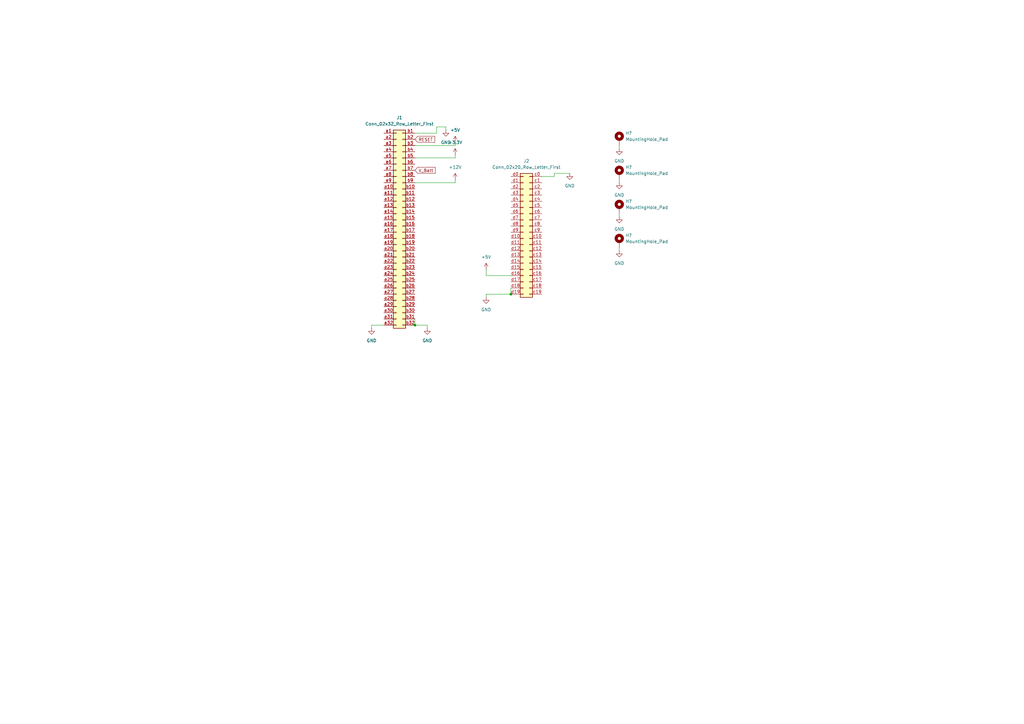
<source format=kicad_sch>
(kicad_sch (version 20250114) (generator "eeschema") (generator_version "9.0")
  (paper "A3")
  (title_block (title "PCI-104 Template") (date "2024-11-25") (rev "B") (company "GU Orbit"))
  (lib_symbols
    (symbol "Connector_Generic:Conn_02x20_Row_Letter_First" (pin_names (offset 1.016) (hide yes))
      (property "Reference" "J2" (at 1.27 29.21 0))
      (property "Value" "Conn_02x20_Row_Letter_First" (at 1.27 26.67 0))
      (symbol "Conn_02x20_Row_Letter_First_1_0"
        (pin passive line (at -5.08 5.08 0) (length 3.81) (name "Pin_d7") (number "d7"))
      )
      (symbol "Conn_02x20_Row_Letter_First_1_1"
        (rectangle (start -1.27 24.13) (end 3.81 -26.67) (stroke (width 0.254)) (fill (type background)))
        (rectangle (start -1.27 22.987) (end 0 22.733) (stroke (width 0.1524)))
        (rectangle (start -1.27 20.447) (end 0 20.193) (stroke (width 0.1524)))
        (rectangle (start -1.27 17.907) (end 0 17.653) (stroke (width 0.1524)))
        (rectangle (start -1.27 15.367) (end 0 15.113) (stroke (width 0.1524)))
        (rectangle (start -1.27 12.827) (end 0 12.573) (stroke (width 0.1524)))
        (rectangle (start -1.27 10.287) (end 0 10.033) (stroke (width 0.1524)))
        (rectangle (start -1.27 7.747) (end 0 7.493) (stroke (width 0.1524)))
        (rectangle (start -1.27 5.207) (end 0 4.953) (stroke (width 0.1524)))
        (rectangle (start -1.27 2.667) (end 0 2.413) (stroke (width 0.1524)))
        (rectangle (start -1.27 0.127) (end 0 -0.127) (stroke (width 0.1524)))
        (rectangle (start -1.27 -2.413) (end 0 -2.667) (stroke (width 0.1524)))
        (rectangle (start -1.27 -4.953) (end 0 -5.207) (stroke (width 0.1524)))
        (rectangle (start -1.27 -7.493) (end 0 -7.747) (stroke (width 0.1524)))
        (rectangle (start -1.27 -10.033) (end 0 -10.287) (stroke (width 0.1524)))
        (rectangle (start -1.27 -12.573) (end 0 -12.827) (stroke (width 0.1524)))
        (rectangle (start -1.27 -15.113) (end 0 -15.367) (stroke (width 0.1524)))
        (rectangle (start -1.27 -17.653) (end 0 -17.907) (stroke (width 0.1524)))
        (rectangle (start -1.27 -20.193) (end 0 -20.447) (stroke (width 0.1524)))
        (rectangle (start -1.27 -22.733) (end 0 -22.987) (stroke (width 0.1524)))
        (rectangle (start -1.27 -25.273) (end 0 -25.527) (stroke (width 0.1524)))
        (rectangle (start 3.81 22.987) (end 2.54 22.733) (stroke (width 0.1524)))
        (rectangle (start 3.81 20.447) (end 2.54 20.193) (stroke (width 0.1524)))
        (rectangle (start 3.81 17.907) (end 2.54 17.653) (stroke (width 0.1524)))
        (rectangle (start 3.81 15.367) (end 2.54 15.113) (stroke (width 0.1524)))
        (rectangle (start 3.81 12.827) (end 2.54 12.573) (stroke (width 0.1524)))
        (rectangle (start 3.81 10.287) (end 2.54 10.033) (stroke (width 0.1524)))
        (rectangle (start 3.81 7.747) (end 2.54 7.493) (stroke (width 0.1524)))
        (rectangle (start 3.81 5.207) (end 2.54 4.953) (stroke (width 0.1524)))
        (rectangle (start 3.81 2.667) (end 2.54 2.413) (stroke (width 0.1524)))
        (rectangle (start 3.81 0.127) (end 2.54 -0.127) (stroke (width 0.1524)))
        (rectangle (start 3.81 -2.413) (end 2.54 -2.667) (stroke (width 0.1524)))
        (rectangle (start 3.81 -4.953) (end 2.54 -5.207) (stroke (width 0.1524)))
        (rectangle (start 3.81 -7.493) (end 2.54 -7.747) (stroke (width 0.1524)))
        (rectangle (start 3.81 -10.033) (end 2.54 -10.287) (stroke (width 0.1524)))
        (rectangle (start 3.81 -12.573) (end 2.54 -12.827) (stroke (width 0.1524)))
        (rectangle (start 3.81 -15.113) (end 2.54 -15.367) (stroke (width 0.1524)))
        (rectangle (start 3.81 -17.653) (end 2.54 -17.907) (stroke (width 0.1524)))
        (rectangle (start 3.81 -20.193) (end 2.54 -20.447) (stroke (width 0.1524)))
        (rectangle (start 3.81 -22.733) (end 2.54 -22.987) (stroke (width 0.1524)))
        (rectangle (start 3.81 -25.273) (end 2.54 -25.527) (stroke (width 0.1524)))
        (pin passive line (at -5.08 22.86 0) (length 3.81) (name "Pin_d0") (number "d0"))
        (pin passive line (at -5.08 20.32 0) (length 3.81) (name "Pin_d1") (number "d1"))
        (pin passive line (at -5.08 17.78 0) (length 3.81) (name "Pin_d2") (number "d2"))
        (pin passive line (at -5.08 15.24 0) (length 3.81) (name "Pin_d3") (number "d3"))
        (pin passive line (at -5.08 12.7 0) (length 3.81) (name "Pin_d4") (number "d4"))
        (pin passive line (at -5.08 10.16 0) (length 3.81) (name "Pin_d5") (number "d5"))
        (pin passive line (at -5.08 7.62 0) (length 3.81) (name "Pin_d6") (number "d6"))
        (pin passive line (at -5.08 2.54 0) (length 3.81) (name "Pin_d8") (number "d8"))
        (pin passive line (at -5.08 0 0) (length 3.81) (name "Pin_d9") (number "d9"))
        (pin passive line (at -5.08 -2.54 0) (length 3.81) (name "Pin_d10") (number "d10"))
        (pin passive line (at -5.08 -5.08 0) (length 3.81) (name "Pin_d11") (number "d11"))
        (pin passive line (at -5.08 -7.62 0) (length 3.81) (name "Pin_d12") (number "d12"))
        (pin passive line (at -5.08 -10.16 0) (length 3.81) (name "Pin_d13") (number "d13"))
        (pin passive line (at -5.08 -12.7 0) (length 3.81) (name "Pin_d14") (number "d14"))
        (pin passive line (at -5.08 -15.24 0) (length 3.81) (name "Pin_d15") (number "d15"))
        (pin passive line (at -5.08 -17.78 0) (length 3.81) (name "Pin_d16") (number "d16"))
        (pin passive line (at -5.08 -20.32 0) (length 3.81) (name "Pin_d17") (number "d17"))
        (pin passive line (at -5.08 -22.86 0) (length 3.81) (name "Pin_d18") (number "d18"))
        (pin passive line (at -5.08 -25.4 0) (length 3.81) (name "Pin_d19") (number "d19"))
        (pin passive line (at 7.62 22.86 180) (length 3.81) (name "Pin_c0") (number "c0"))
        (pin passive line (at 7.62 20.32 180) (length 3.81) (name "Pin_c1") (number "c1"))
        (pin passive line (at 7.62 17.78 180) (length 3.81) (name "Pin_c2") (number "c2"))
        (pin passive line (at 7.62 15.24 180) (length 3.81) (name "Pin_c3") (number "c3"))
        (pin passive line (at 7.62 12.7 180) (length 3.81) (name "Pin_c4") (number "c4"))
        (pin passive line (at 7.62 10.16 180) (length 3.81) (name "Pin_c5") (number "c5"))
        (pin passive line (at 7.62 7.62 180) (length 3.81) (name "Pin_c6") (number "c6"))
        (pin passive line (at 7.62 5.08 180) (length 3.81) (name "Pin_c7") (number "c7"))
        (pin passive line (at 7.62 2.54 180) (length 3.81) (name "Pin_c8") (number "c8"))
        (pin passive line (at 7.62 0 180) (length 3.81) (name "Pin_c9") (number "c9"))
        (pin passive line (at 7.62 -2.54 180) (length 3.81) (name "Pin_c10") (number "c10"))
        (pin passive line (at 7.62 -5.08 180) (length 3.81) (name "Pin_c11") (number "c11"))
        (pin passive line (at 7.62 -7.62 180) (length 3.81) (name "Pin_c12") (number "c12"))
        (pin passive line (at 7.62 -10.16 180) (length 3.81) (name "Pin_c13") (number "c13"))
        (pin passive line (at 7.62 -12.7 180) (length 3.81) (name "Pin_c14") (number "c14"))
        (pin passive line (at 7.62 -15.24 180) (length 3.81) (name "Pin_c15") (number "c15"))
        (pin passive line (at 7.62 -17.78 180) (length 3.81) (name "Pin_c16") (number "c16"))
        (pin passive line (at 7.62 -20.32 180) (length 3.81) (name "Pin_c17") (number "c17"))
        (pin passive line (at 7.62 -22.86 180) (length 3.81) (name "Pin_c18") (number "c18"))
        (pin passive line (at 7.62 -25.4 180) (length 3.81) (name "Pin_c19") (number "c19"))
      )
    )
    (symbol "Connector_Generic:Conn_02x32_Row_Letter_First" (pin_names (offset 1.016) (hide yes))
      (property "Reference" "J" (at 1.27 40.64 0))
      (property "Value" "Conn_02x32_Row_Letter_First" (at 1.27 -43.18 0))
      (symbol "Conn_02x32_Row_Letter_First_1_1"
        (rectangle (start -1.27 39.37) (end 3.81 -41.91) (stroke (width 0.254)) (fill (type background)))
        (rectangle (start -1.27 38.227) (end 0 37.973) (stroke (width 0.1524)))
        (rectangle (start -1.27 35.687) (end 0 35.433) (stroke (width 0.1524)))
        (rectangle (start -1.27 33.147) (end 0 32.893) (stroke (width 0.1524)))
        (rectangle (start -1.27 30.607) (end 0 30.353) (stroke (width 0.1524)))
        (rectangle (start -1.27 28.067) (end 0 27.813) (stroke (width 0.1524)))
        (rectangle (start -1.27 25.527) (end 0 25.273) (stroke (width 0.1524)))
        (rectangle (start -1.27 22.987) (end 0 22.733) (stroke (width 0.1524)))
        (rectangle (start -1.27 20.447) (end 0 20.193) (stroke (width 0.1524)))
        (rectangle (start -1.27 17.907) (end 0 17.653) (stroke (width 0.1524)))
        (rectangle (start -1.27 15.367) (end 0 15.113) (stroke (width 0.1524)))
        (rectangle (start -1.27 12.827) (end 0 12.573) (stroke (width 0.1524)))
        (rectangle (start -1.27 10.287) (end 0 10.033) (stroke (width 0.1524)))
        (rectangle (start -1.27 7.747) (end 0 7.493) (stroke (width 0.1524)))
        (rectangle (start -1.27 5.207) (end 0 4.953) (stroke (width 0.1524)))
        (rectangle (start -1.27 2.667) (end 0 2.413) (stroke (width 0.1524)))
        (rectangle (start -1.27 0.127) (end 0 -0.127) (stroke (width 0.1524)))
        (rectangle (start -1.27 -2.413) (end 0 -2.667) (stroke (width 0.1524)))
        (rectangle (start -1.27 -4.953) (end 0 -5.207) (stroke (width 0.1524)))
        (rectangle (start -1.27 -7.493) (end 0 -7.747) (stroke (width 0.1524)))
        (rectangle (start -1.27 -10.033) (end 0 -10.287) (stroke (width 0.1524)))
        (rectangle (start -1.27 -12.573) (end 0 -12.827) (stroke (width 0.1524)))
        (rectangle (start -1.27 -15.113) (end 0 -15.367) (stroke (width 0.1524)))
        (rectangle (start -1.27 -17.653) (end 0 -17.907) (stroke (width 0.1524)))
        (rectangle (start -1.27 -20.193) (end 0 -20.447) (stroke (width 0.1524)))
        (rectangle (start -1.27 -22.733) (end 0 -22.987) (stroke (width 0.1524)))
        (rectangle (start -1.27 -25.273) (end 0 -25.527) (stroke (width 0.1524)))
        (rectangle (start -1.27 -27.813) (end 0 -28.067) (stroke (width 0.1524)))
        (rectangle (start -1.27 -30.353) (end 0 -30.607) (stroke (width 0.1524)))
        (rectangle (start -1.27 -32.893) (end 0 -33.147) (stroke (width 0.1524)))
        (rectangle (start -1.27 -35.433) (end 0 -35.687) (stroke (width 0.1524)))
        (rectangle (start -1.27 -37.973) (end 0 -38.227) (stroke (width 0.1524)))
        (rectangle (start -1.27 -40.513) (end 0 -40.767) (stroke (width 0.1524)))
        (rectangle (start 3.81 38.227) (end 2.54 37.973) (stroke (width 0.1524)))
        (rectangle (start 3.81 35.687) (end 2.54 35.433) (stroke (width 0.1524)))
        (rectangle (start 3.81 33.147) (end 2.54 32.893) (stroke (width 0.1524)))
        (rectangle (start 3.81 30.607) (end 2.54 30.353) (stroke (width 0.1524)))
        (rectangle (start 3.81 28.067) (end 2.54 27.813) (stroke (width 0.1524)))
        (rectangle (start 3.81 25.527) (end 2.54 25.273) (stroke (width 0.1524)))
        (rectangle (start 3.81 22.987) (end 2.54 22.733) (stroke (width 0.1524)))
        (rectangle (start 3.81 20.447) (end 2.54 20.193) (stroke (width 0.1524)))
        (rectangle (start 3.81 17.907) (end 2.54 17.653) (stroke (width 0.1524)))
        (rectangle (start 3.81 15.367) (end 2.54 15.113) (stroke (width 0.1524)))
        (rectangle (start 3.81 12.827) (end 2.54 12.573) (stroke (width 0.1524)))
        (rectangle (start 3.81 10.287) (end 2.54 10.033) (stroke (width 0.1524)))
        (rectangle (start 3.81 7.747) (end 2.54 7.493) (stroke (width 0.1524)))
        (rectangle (start 3.81 5.207) (end 2.54 4.953) (stroke (width 0.1524)))
        (rectangle (start 3.81 2.667) (end 2.54 2.413) (stroke (width 0.1524)))
        (rectangle (start 3.81 0.127) (end 2.54 -0.127) (stroke (width 0.1524)))
        (rectangle (start 3.81 -2.413) (end 2.54 -2.667) (stroke (width 0.1524)))
        (rectangle (start 3.81 -4.953) (end 2.54 -5.207) (stroke (width 0.1524)))
        (rectangle (start 3.81 -7.493) (end 2.54 -7.747) (stroke (width 0.1524)))
        (rectangle (start 3.81 -10.033) (end 2.54 -10.287) (stroke (width 0.1524)))
        (rectangle (start 3.81 -12.573) (end 2.54 -12.827) (stroke (width 0.1524)))
        (rectangle (start 3.81 -15.113) (end 2.54 -15.367) (stroke (width 0.1524)))
        (rectangle (start 3.81 -17.653) (end 2.54 -17.907) (stroke (width 0.1524)))
        (rectangle (start 3.81 -20.193) (end 2.54 -20.447) (stroke (width 0.1524)))
        (rectangle (start 3.81 -22.733) (end 2.54 -22.987) (stroke (width 0.1524)))
        (rectangle (start 3.81 -25.273) (end 2.54 -25.527) (stroke (width 0.1524)))
        (rectangle (start 3.81 -27.813) (end 2.54 -28.067) (stroke (width 0.1524)))
        (rectangle (start 3.81 -30.353) (end 2.54 -30.607) (stroke (width 0.1524)))
        (rectangle (start 3.81 -32.893) (end 2.54 -33.147) (stroke (width 0.1524)))
        (rectangle (start 3.81 -35.433) (end 2.54 -35.687) (stroke (width 0.1524)))
        (rectangle (start 3.81 -37.973) (end 2.54 -38.227) (stroke (width 0.1524)))
        (rectangle (start 3.81 -40.513) (end 2.54 -40.767) (stroke (width 0.1524)))
        (pin passive line (at -5.08 38.1 0) (length 3.81) (name "Pin_a1") (number "a1"))
        (pin passive line (at -5.08 35.56 0) (length 3.81) (name "Pin_a2") (number "a2"))
        (pin passive line (at -5.08 33.02 0) (length 3.81) (name "Pin_a3") (number "a3"))
        (pin passive line (at -5.08 30.48 0) (length 3.81) (name "Pin_a4") (number "a4"))
        (pin passive line (at -5.08 27.94 0) (length 3.81) (name "Pin_a5") (number "a5"))
        (pin passive line (at -5.08 25.4 0) (length 3.81) (name "Pin_a6") (number "a6"))
        (pin passive line (at -5.08 22.86 0) (length 3.81) (name "Pin_a7") (number "a7"))
        (pin passive line (at -5.08 20.32 0) (length 3.81) (name "Pin_a8") (number "a8"))
        (pin passive line (at -5.08 17.78 0) (length 3.81) (name "Pin_a9") (number "a9"))
        (pin passive line (at -5.08 15.24 0) (length 3.81) (name "Pin_a10") (number "a10"))
        (pin passive line (at -5.08 12.7 0) (length 3.81) (name "Pin_a11") (number "a11"))
        (pin passive line (at -5.08 10.16 0) (length 3.81) (name "Pin_a12") (number "a12"))
        (pin passive line (at -5.08 7.62 0) (length 3.81) (name "Pin_a13") (number "a13"))
        (pin passive line (at -5.08 5.08 0) (length 3.81) (name "Pin_a14") (number "a14"))
        (pin passive line (at -5.08 2.54 0) (length 3.81) (name "Pin_a15") (number "a15"))
        (pin passive line (at -5.08 0 0) (length 3.81) (name "Pin_a16") (number "a16"))
        (pin passive line (at -5.08 -2.54 0) (length 3.81) (name "Pin_a17") (number "a17"))
        (pin passive line (at -5.08 -5.08 0) (length 3.81) (name "Pin_a18") (number "a18"))
        (pin passive line (at -5.08 -7.62 0) (length 3.81) (name "Pin_a19") (number "a19"))
        (pin passive line (at -5.08 -10.16 0) (length 3.81) (name "Pin_a20") (number "a20"))
        (pin passive line (at -5.08 -12.7 0) (length 3.81) (name "Pin_a21") (number "a21"))
        (pin passive line (at -5.08 -15.24 0) (length 3.81) (name "Pin_a22") (number "a22"))
        (pin passive line (at -5.08 -17.78 0) (length 3.81) (name "Pin_a23") (number "a23"))
        (pin passive line (at -5.08 -20.32 0) (length 3.81) (name "Pin_a24") (number "a24"))
        (pin passive line (at -5.08 -22.86 0) (length 3.81) (name "Pin_a25") (number "a25"))
        (pin passive line (at -5.08 -25.4 0) (length 3.81) (name "Pin_a26") (number "a26"))
        (pin passive line (at -5.08 -27.94 0) (length 3.81) (name "Pin_a27") (number "a27"))
        (pin passive line (at -5.08 -30.48 0) (length 3.81) (name "Pin_a28") (number "a28"))
        (pin passive line (at -5.08 -33.02 0) (length 3.81) (name "Pin_a29") (number "a29"))
        (pin passive line (at -5.08 -35.56 0) (length 3.81) (name "Pin_a30") (number "a30"))
        (pin passive line (at -5.08 -38.1 0) (length 3.81) (name "Pin_a31") (number "a31"))
        (pin passive line (at -5.08 -40.64 0) (length 3.81) (name "Pin_a32") (number "a32"))
        (pin passive line (at 7.62 38.1 180) (length 3.81) (name "Pin_b1") (number "b1"))
        (pin passive line (at 7.62 35.56 180) (length 3.81) (name "Pin_b2") (number "b2"))
        (pin passive line (at 7.62 33.02 180) (length 3.81) (name "Pin_b3") (number "b3"))
        (pin passive line (at 7.62 30.48 180) (length 3.81) (name "Pin_b4") (number "b4"))
        (pin passive line (at 7.62 27.94 180) (length 3.81) (name "Pin_b5") (number "b5"))
        (pin passive line (at 7.62 25.4 180) (length 3.81) (name "Pin_b6") (number "b6"))
        (pin passive line (at 7.62 22.86 180) (length 3.81) (name "Pin_b7") (number "b7"))
        (pin passive line (at 7.62 20.32 180) (length 3.81) (name "Pin_b8") (number "b8"))
        (pin passive line (at 7.62 17.78 180) (length 3.81) (name "Pin_b9") (number "b9"))
        (pin passive line (at 7.62 15.24 180) (length 3.81) (name "Pin_b10") (number "b10"))
        (pin passive line (at 7.62 12.7 180) (length 3.81) (name "Pin_b11") (number "b11"))
        (pin passive line (at 7.62 10.16 180) (length 3.81) (name "Pin_b12") (number "b12"))
        (pin passive line (at 7.62 7.62 180) (length 3.81) (name "Pin_b13") (number "b13"))
        (pin passive line (at 7.62 5.08 180) (length 3.81) (name "Pin_b14") (number "b14"))
        (pin passive line (at 7.62 2.54 180) (length 3.81) (name "Pin_b15") (number "b15"))
        (pin passive line (at 7.62 0 180) (length 3.81) (name "Pin_b16") (number "b16"))
        (pin passive line (at 7.62 -2.54 180) (length 3.81) (name "Pin_b17") (number "b17"))
        (pin passive line (at 7.62 -5.08 180) (length 3.81) (name "Pin_b18") (number "b18"))
        (pin passive line (at 7.62 -7.62 180) (length 3.81) (name "Pin_b19") (number "b19"))
        (pin passive line (at 7.62 -10.16 180) (length 3.81) (name "Pin_b20") (number "b20"))
        (pin passive line (at 7.62 -12.7 180) (length 3.81) (name "Pin_b21") (number "b21"))
        (pin passive line (at 7.62 -15.24 180) (length 3.81) (name "Pin_b22") (number "b22"))
        (pin passive line (at 7.62 -17.78 180) (length 3.81) (name "Pin_b23") (number "b23"))
        (pin passive line (at 7.62 -20.32 180) (length 3.81) (name "Pin_b24") (number "b24"))
        (pin passive line (at 7.62 -22.86 180) (length 3.81) (name "Pin_b25") (number "b25"))
        (pin passive line (at 7.62 -25.4 180) (length 3.81) (name "Pin_b26") (number "b26"))
        (pin passive line (at 7.62 -27.94 180) (length 3.81) (name "Pin_b27") (number "b27"))
        (pin passive line (at 7.62 -30.48 180) (length 3.81) (name "Pin_b28") (number "b28"))
        (pin passive line (at 7.62 -33.02 180) (length 3.81) (name "Pin_b29") (number "b29"))
        (pin passive line (at 7.62 -35.56 180) (length 3.81) (name "Pin_b30") (number "b30"))
        (pin passive line (at 7.62 -38.1 180) (length 3.81) (name "Pin_b31") (number "b31"))
        (pin passive line (at 7.62 -40.64 180) (length 3.81) (name "Pin_b32") (number "b32"))
      )
    )
    (symbol "Mechanical:MountingHole_Pad" (pin_numbers (hide yes)) (pin_names (offset 1.016) (hide yes)) (exclude_from_sim yes) (in_bom no)
      (property "Reference" "H" (at 0 6.35 0))
      (property "Value" "MountingHole_Pad" (at 0 4.445 0))
      (symbol "MountingHole_Pad_0_1"
        (circle (center 0 1.27) (radius 1.27) (stroke (width 1.27)))
      )
      (symbol "MountingHole_Pad_1_1"
        (pin input line (at 0 -2.54 90) (length 2.54) (name "1") (number "1"))
      )
    )
    (symbol "power:+12V" (power) (pin_numbers (hide yes)) (pin_names (offset 0) (hide yes))
      (property "Value" "+12V" (at 0 3.556 0))
      (symbol "+12V_0_1"
        (polyline (pts (xy -0.762 1.27) (xy 0 2.54)))
        (polyline (pts (xy 0 2.54) (xy 0.762 1.27)))
        (polyline (pts (xy 0 0) (xy 0 2.54)))
      )
      (symbol "+12V_1_1"
        (pin power_in line (at 0 0 90) (length 0) (name "~") (number "1"))
      )
    )
    (symbol "power:+3.3V" (power) (pin_numbers (hide yes)) (pin_names (offset 0) (hide yes))
      (property "Value" "+3.3V" (at 0 3.556 0))
      (symbol "+3.3V_0_1"
        (polyline (pts (xy -0.762 1.27) (xy 0 2.54)))
        (polyline (pts (xy 0 2.54) (xy 0.762 1.27)))
        (polyline (pts (xy 0 0) (xy 0 2.54)))
      )
      (symbol "+3.3V_1_1"
        (pin power_in line (at 0 0 90) (length 0) (name "~") (number "1"))
      )
    )
    (symbol "power:+5V" (power) (pin_numbers (hide yes)) (pin_names (offset 0) (hide yes))
      (property "Value" "+5V" (at 0 3.556 0))
      (symbol "+5V_0_1"
        (polyline (pts (xy -0.762 1.27) (xy 0 2.54)))
        (polyline (pts (xy 0 2.54) (xy 0.762 1.27)))
        (polyline (pts (xy 0 0) (xy 0 2.54)))
      )
      (symbol "+5V_1_1"
        (pin power_in line (at 0 0 90) (length 0) (name "~") (number "1"))
      )
    )
    (symbol "power:GND" (power) (pin_numbers (hide yes)) (pin_names (offset 0) (hide yes))
      (property "Value" "GND" (at 0 -3.81 0))
      (symbol "GND_0_1"
        (polyline (pts (xy 0 0) (xy 0 -1.27) (xy 1.27 -1.27) (xy 0 -2.54) (xy -1.27 -1.27) (xy 0 -1.27)))
      )
      (symbol "GND_1_1"
        (pin power_in line (at 0 0 270) (length 0) (name "~") (number "1"))
      )
    )
  )
  (junction (at 209.55 120.65))
  (junction (at 170.18 133.35))
  (wire (pts (xy 182.88 52.07) (xy 182.88 53.34)))
  (wire (pts (xy 254 73.66) (xy 254 74.93)))
  (wire (pts (xy 227.33 71.12) (xy 227.33 72.39)))
  (wire (pts (xy 179.07 52.07) (xy 182.88 52.07)))
  (wire (pts (xy 186.69 73.66) (xy 186.69 74.93)))
  (wire (pts (xy 254 87.63) (xy 254 88.9)))
  (wire (pts (xy 170.18 130.81) (xy 170.18 133.35)))
  (wire (pts (xy 254 59.69) (xy 254 60.96)))
  (wire (pts (xy 152.4 134.62) (xy 152.4 133.35)))
  (wire (pts (xy 222.25 72.39) (xy 227.33 72.39)))
  (wire (pts (xy 186.69 58.42) (xy 186.69 59.69)))
  (wire (pts (xy 199.39 121.92) (xy 199.39 120.65)))
  (wire (pts (xy 179.07 54.61) (xy 170.18 54.61)))
  (wire (pts (xy 175.26 133.35) (xy 170.18 133.35)))
  (wire (pts (xy 170.18 74.93) (xy 186.69 74.93)))
  (wire (pts (xy 199.39 120.65) (xy 209.55 120.65)))
  (wire (pts (xy 254 101.6) (xy 254 102.87)))
  (wire (pts (xy 170.18 59.69) (xy 186.69 59.69)))
  (wire (pts (xy 179.07 52.07) (xy 179.07 54.61)))
  (wire (pts (xy 199.39 110.49) (xy 199.39 113.03)))
  (wire (pts (xy 199.39 113.03) (xy 209.55 113.03)))
  (wire (pts (xy 170.18 64.77) (xy 186.69 64.77)))
  (wire (pts (xy 152.4 133.35) (xy 157.48 133.35)))
  (wire (pts (xy 227.33 71.12) (xy 233.68 71.12)))
  (wire (pts (xy 175.26 133.35) (xy 175.26 134.62)))
  (wire (pts (xy 209.55 118.11) (xy 209.55 120.65)))
  (wire (pts (xy 186.69 63.5) (xy 186.69 64.77)))
  (global_label "V_Batt" (shape input) (at 170.18 69.85 0) (property "Intersheetrefs" "${INTERSHEET_REFS}" (effects (hide yes))))
  (global_label "RESET" (shape input) (at 170.18 57.15 0) (property "Intersheetrefs" "${INTERSHEET_REFS}" (effects (hide yes))))
  (symbol (lib_id "power:GND") (at 254 102.87 0) (unit 1)
    (property "Reference" "#PWR?" (effects (hide yes)))
    (property "Value" "GND" (at 254 107.95 0))
    (property "Description" "Power symbol creates a global label with name \"GND\" , ground" (effects (hide yes)))
  )
  (symbol (lib_id "power:GND") (at 254 60.96 0) (unit 1)
    (property "Reference" "#PWR?" (effects (hide yes)))
    (property "Value" "GND" (at 254 66.04 0))
    (property "Description" "Power symbol creates a global label with name \"GND\" , ground" (effects (hide yes)))
  )
  (symbol (lib_id "power:GND") (at 254 88.9 0) (unit 1)
    (property "Reference" "#PWR?" (effects (hide yes)))
    (property "Value" "GND" (at 254 93.98 0))
    (property "Description" "Power symbol creates a global label with name \"GND\" , ground" (effects (hide yes)))
  )
  (symbol (lib_id "power:GND") (at 254 74.93 0) (unit 1)
    (property "Reference" "#PWR?" (effects (hide yes)))
    (property "Value" "GND" (at 254 80.01 0))
    (property "Description" "Power symbol creates a global label with name \"GND\" , ground" (effects (hide yes)))
  )
  (symbol (lib_id "Mechanical:MountingHole_Pad") (at 254 57.15 0) (unit 1) (exclude_from_sim yes) (in_bom no)
    (property "Reference" "H?" (at 256.54 54.6099 0) (effects (justify left)))
    (property "Value" "MountingHole_Pad" (at 256.54 57.1499 0) (effects (justify left)))
    (property "Footprint" "MountingHole:MountingHole_3.2mm_M3_Pad" (effects (hide yes)))
    (property "Description" "Mounting Hole with connection" (effects (hide yes)))
  )
  (symbol (lib_id "power:GND") (at 175.26 134.62 0) (unit 1)
    (property "Reference" "#PWR033" (effects (hide yes)))
    (property "Value" "GND" (at 175.26 139.7 0))
    (property "Description" "Power symbol creates a global label with name \"GND\" , ground" (effects (hide yes)))
  )
  (symbol (lib_id "power:+3.3V") (at 186.69 63.5 0) (unit 1)
    (property "Reference" "#PWR018" (effects (hide yes)))
    (property "Value" "+3.3V" (at 186.69 58.42 0))
    (property "Description" "Power symbol creates a global label with name \"+3.3V\"" (effects (hide yes)))
  )
  (symbol (lib_id "power:GND") (at 182.88 53.34 0) (unit 1)
    (property "Reference" "#PWR030" (effects (hide yes)))
    (property "Value" "GND" (at 182.88 58.42 0))
    (property "Description" "Power symbol creates a global label with name \"GND\" , ground" (effects (hide yes)))
  )
  (symbol (lib_id "power:GND") (at 152.4 134.62 0) (unit 1)
    (property "Reference" "#PWR034" (effects (hide yes)))
    (property "Value" "GND" (at 152.4 139.7 0))
    (property "Description" "Power symbol creates a global label with name \"GND\" , ground" (effects (hide yes)))
  )
  (symbol (lib_id "power:+5V") (at 199.39 110.49 0) (unit 1)
    (property "Reference" "#PWR037" (effects (hide yes)))
    (property "Value" "+5V" (at 199.39 105.41 0))
    (property "Description" "Power symbol creates a global label with name \"+5V\"" (effects (hide yes)))
  )
  (symbol (lib_id "Connector_Generic:Conn_02x20_Row_Letter_First") (at 214.63 95.25 0) (unit 1)
    (property "Reference" "J2" (at 215.9 66.04 0))
    (property "Value" "Conn_02x20_Row_Letter_First" (at 215.9 68.58 0))
    (property "Footprint" "Connector_PinSocket_2.54mm:PinSocket_2x20_P2.54mm_Vertical" (effects (hide yes)))
    (property "Description" "Generic connector, double row, 02x20, row letter first pin numbering scheme (pin number consists of a letter for the row and a number for the pin index in this row. a1, ..., aN; b1, ..., bN), script generated (kicad-library-utils/schlib/autogen/connector/)" (effects (hide yes)))
  )
  (symbol (lib_id "power:GND") (at 233.68 71.12 0) (unit 1)
    (property "Reference" "#PWR036" (effects (hide yes)))
    (property "Value" "GND" (at 233.68 76.2 0))
    (property "Description" "Power symbol creates a global label with name \"GND\" , ground" (effects (hide yes)))
  )
  (symbol (lib_id "Mechanical:MountingHole_Pad") (at 254 99.06 0) (unit 1) (exclude_from_sim yes) (in_bom no)
    (property "Reference" "H?" (at 256.54 96.5199 0) (effects (justify left)))
    (property "Value" "MountingHole_Pad" (at 256.54 99.0599 0) (effects (justify left)))
    (property "Footprint" "MountingHole:MountingHole_3.2mm_M3_Pad" (effects (hide yes)))
    (property "Description" "Mounting Hole with connection" (effects (hide yes)))
  )
  (symbol (lib_id "power:+12V") (at 186.69 73.66 0) (unit 1)
    (property "Reference" "#PWR032" (effects (hide yes)))
    (property "Value" "+12V" (at 186.69 68.58 0))
    (property "Description" "Power symbol creates a global label with name \"+12V\"" (effects (hide yes)))
  )
  (symbol (lib_id "Connector_Generic:Conn_02x32_Row_Letter_First") (at 162.56 92.71 0) (unit 1)
    (property "Reference" "J1" (at 163.83 48.26 0))
    (property "Value" "Conn_02x32_Row_Letter_First" (at 163.83 50.8 0))
    (property "Footprint" "Connector_PinSocket_2.54mm:PinSocket_2x32_P2.54mm_Vertical" (effects (hide yes)))
    (property "Description" "Generic connector, double row, 02x32, row letter first pin numbering scheme (pin number consists of a letter for the row and a number for the pin index in this row. a1, ..., aN; b1, ..., bN), script generated (kicad-library-utils/schlib/autogen/connector/)" (effects (hide yes)))
  )
  (symbol (lib_id "Mechanical:MountingHole_Pad") (at 254 71.12 0) (unit 1) (exclude_from_sim yes) (in_bom no)
    (property "Reference" "H?" (at 256.54 68.5799 0) (effects (justify left)))
    (property "Value" "MountingHole_Pad" (at 256.54 71.1199 0) (effects (justify left)))
    (property "Footprint" "MountingHole:MountingHole_3.2mm_M3_Pad" (effects (hide yes)))
    (property "Description" "Mounting Hole with connection" (effects (hide yes)))
  )
  (symbol (lib_id "Mechanical:MountingHole_Pad") (at 254 85.09 0) (unit 1) (exclude_from_sim yes) (in_bom no)
    (property "Reference" "H?" (at 256.54 82.5499 0) (effects (justify left)))
    (property "Value" "MountingHole_Pad" (at 256.54 85.0899 0) (effects (justify left)))
    (property "Footprint" "MountingHole:MountingHole_3.2mm_M3_Pad" (effects (hide yes)))
    (property "Description" "Mounting Hole with connection" (effects (hide yes)))
  )
  (symbol (lib_id "power:GND") (at 199.39 121.92 0) (unit 1)
    (property "Reference" "#PWR035" (effects (hide yes)))
    (property "Value" "GND" (at 199.39 127 0))
    (property "Description" "Power symbol creates a global label with name \"GND\" , ground" (effects (hide yes)))
  )
  (symbol (lib_id "power:+5V") (at 186.69 58.42 0) (unit 1)
    (property "Reference" "#PWR031" (effects (hide yes)))
    (property "Value" "+5V" (at 186.69 53.34 0))
    (property "Description" "Power symbol creates a global label with name \"+5V\"" (effects (hide yes)))
  )
)
</source>
